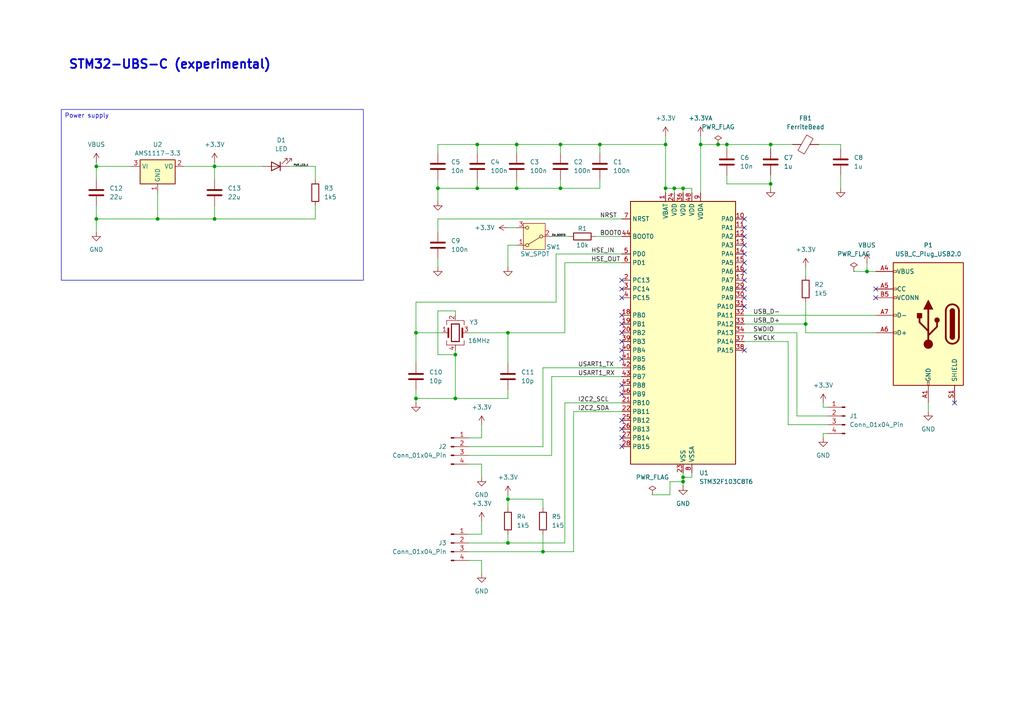
<source format=kicad_sch>
(kicad_sch (version 20250114) (generator "eeschema") (generator_version "9.0")
  (paper "A4")
  (title_block (title "STM32-USB-C") (date "2026-02-21") (rev "1.0"))
  (lib_symbols
    (symbol "Connector:Conn_01x04_Pin" (pin_names (offset 1.016) (hide yes))
      (property "Reference" "J" (at 0 5.08 0))
      (property "Value" "Conn_01x04_Pin" (at 0 -7.62 0))
      (symbol "Conn_01x04_Pin_1_1"
        (rectangle (start 0.8636 2.667) (end 0 2.413) (stroke (width 0.1524)) (fill (type outline)))
        (rectangle (start 0.8636 0.127) (end 0 -0.127) (stroke (width 0.1524)) (fill (type outline)))
        (rectangle (start 0.8636 -2.413) (end 0 -2.667) (stroke (width 0.1524)) (fill (type outline)))
        (rectangle (start 0.8636 -4.953) (end 0 -5.207) (stroke (width 0.1524)) (fill (type outline)))
        (polyline (pts (xy 1.27 2.54) (xy 0.8636 2.54)) (stroke (width 0.1524)))
        (polyline (pts (xy 1.27 0) (xy 0.8636 0)) (stroke (width 0.1524)))
        (polyline (pts (xy 1.27 -2.54) (xy 0.8636 -2.54)) (stroke (width 0.1524)))
        (polyline (pts (xy 1.27 -5.08) (xy 0.8636 -5.08)) (stroke (width 0.1524)))
        (pin passive line (at 5.08 2.54 180) (length 3.81) (name "Pin_1") (number "1"))
        (pin passive line (at 5.08 0 180) (length 3.81) (name "Pin_2") (number "2"))
        (pin passive line (at 5.08 -2.54 180) (length 3.81) (name "Pin_3") (number "3"))
        (pin passive line (at 5.08 -5.08 180) (length 3.81) (name "Pin_4") (number "4"))
      )
    )
    (symbol "Connector:USB_C_Plug_USB2.0" (pin_names (offset 1.016))
      (property "Reference" "P" (at -10.16 19.05 0))
      (property "Value" "USB_C_Plug_USB2.0" (at 12.7 19.05 0))
      (symbol "USB_C_Plug_USB2.0_0_0"
        (rectangle (start -0.254 -17.78) (end 0.254 -16.764))
        (rectangle (start 10.16 15.494) (end 9.144 14.986))
        (rectangle (start 10.16 10.414) (end 9.144 9.906))
        (rectangle (start 10.16 7.874) (end 9.144 7.366))
        (rectangle (start 10.16 2.794) (end 9.144 2.286))
        (rectangle (start 10.16 -2.286) (end 9.144 -2.794))
      )
      (symbol "USB_C_Plug_USB2.0_0_1"
        (rectangle (start -10.16 17.78) (end 10.16 -17.78) (stroke (width 0.254)) (fill (type background)))
        (polyline (pts (xy -8.89 -3.81) (xy -8.89 3.81)) (stroke (width 0.508)))
        (rectangle (start -7.62 -3.81) (end -6.35 3.81) (stroke (width 0.254)) (fill (type outline)))
        (arc (start -7.62 3.81) (mid -6.985 4.4423) (end -6.35 3.81) (stroke (width 0.254)))
        (arc (start -7.62 3.81) (mid -6.985 4.4423) (end -6.35 3.81) (stroke (width 0.254)) (fill (type outline)))
        (arc (start -8.89 3.81) (mid -6.985 5.7067) (end -5.08 3.81) (stroke (width 0.508)))
        (arc (start -5.08 -3.81) (mid -6.985 -5.7067) (end -8.89 -3.81) (stroke (width 0.508)))
        (arc (start -6.35 -3.81) (mid -6.985 -4.4423) (end -7.62 -3.81) (stroke (width 0.254)))
        (arc (start -6.35 -3.81) (mid -6.985 -4.4423) (end -7.62 -3.81) (stroke (width 0.254)) (fill (type outline)))
        (polyline (pts (xy -5.08 3.81) (xy -5.08 -3.81)) (stroke (width 0.508)))
        (circle (center -2.54 1.143) (radius 0.635) (stroke (width 0.254)) (fill (type outline)))
        (polyline (pts (xy -1.27 4.318) (xy 0 6.858) (xy 1.27 4.318) (xy -1.27 4.318)) (stroke (width 0.254)) (fill (type outline)))
        (polyline (pts (xy 0 -2.032) (xy 2.54 0.508) (xy 2.54 1.778)) (stroke (width 0.508)))
        (polyline (pts (xy 0 -3.302) (xy -2.54 -0.762) (xy -2.54 0.508)) (stroke (width 0.508)))
        (polyline (pts (xy 0 -5.842) (xy 0 4.318)) (stroke (width 0.508)))
        (circle (center 0 -5.842) (radius 1.27) (fill (type outline)))
        (rectangle (start 1.905 1.778) (end 3.175 3.048) (stroke (width 0.254)) (fill (type outline)))
      )
      (symbol "USB_C_Plug_USB2.0_1_1"
        (pin passive line (at -7.62 -22.86 90) (length 5.08) (name "SHIELD") (number "S1"))
        (pin passive line (at 0 -22.86 90) (length 5.08) (name "GND") (number "A1"))
        (pin passive line (at 0 -22.86 90) (length 5.08) (hide yes) (name "GND") (number "A12"))
        (pin passive line (at 0 -22.86 90) (length 5.08) (hide yes) (name "GND") (number "B1"))
        (pin passive line (at 0 -22.86 90) (length 5.08) (hide yes) (name "GND") (number "B12"))
        (pin passive line (at 15.24 15.24 180) (length 5.08) (name "VBUS") (number "A4"))
        (pin passive line (at 15.24 15.24 180) (length 5.08) (hide yes) (name "VBUS") (number "A9"))
        (pin passive line (at 15.24 15.24 180) (length 5.08) (hide yes) (name "VBUS") (number "B4"))
        (pin passive line (at 15.24 15.24 180) (length 5.08) (hide yes) (name "VBUS") (number "B9"))
        (pin bidirectional line (at 15.24 10.16 180) (length 5.08) (name "CC") (number "A5"))
        (pin bidirectional line (at 15.24 7.62 180) (length 5.08) (name "VCONN") (number "B5"))
        (pin bidirectional line (at 15.24 2.54 180) (length 5.08) (name "D-") (number "A7"))
        (pin bidirectional line (at 15.24 -2.54 180) (length 5.08) (name "D+") (number "A6"))
      )
    )
    (symbol "Device:C" (pin_numbers (hide yes)) (pin_names (offset 0.254))
      (property "Reference" "C" (at 0.635 2.54 0))
      (property "Value" "C" (at 0.635 -2.54 0))
      (symbol "C_0_1"
        (polyline (pts (xy -2.032 0.762) (xy 2.032 0.762)) (stroke (width 0.508)))
        (polyline (pts (xy -2.032 -0.762) (xy 2.032 -0.762)) (stroke (width 0.508)))
      )
      (symbol "C_1_1"
        (pin passive line (at 0 3.81 270) (length 2.794) (name "~") (number "1"))
        (pin passive line (at 0 -3.81 90) (length 2.794) (name "~") (number "2"))
      )
    )
    (symbol "Device:Crystal_GND24" (pin_names (offset 1.016) (hide yes))
      (property "Reference" "Y3" (at 5.334 3.048 0))
      (property "Value" "16MHz" (at 6.858 -2.286 0))
      (symbol "Crystal_GND24_0_1"
        (polyline (pts (xy -2.54 2.286) (xy -2.54 3.556) (xy 2.54 3.556) (xy 2.54 2.286)))
        (polyline (pts (xy -2.54 0) (xy -2.032 0)))
        (polyline (pts (xy -2.54 -2.286) (xy -2.54 -3.556) (xy 2.54 -3.556) (xy 2.54 -2.286)))
        (polyline (pts (xy -2.032 -1.27) (xy -2.032 1.27)) (stroke (width 0.508)))
        (rectangle (start -1.143 2.54) (end 1.143 -2.54) (stroke (width 0.3048)))
        (polyline (pts (xy 0 -3.81) (xy 0 -3.556)))
        (polyline (pts (xy 2.032 0) (xy 2.54 0)))
        (polyline (pts (xy 2.032 -1.27) (xy 2.032 1.27)) (stroke (width 0.508)))
      )
      (symbol "Crystal_GND24_1_1"
        (pin passive line (at -3.81 0 0) (length 1.27) (name "1") (number "1"))
        (pin passive line (at 0 5.08 270) (length 1.27) (name "G") (number "2"))
        (pin passive line (at 0 -5.08 90) (length 1.27) (name "G") (number "4"))
        (pin passive line (at 3.81 0 180) (length 1.27) (name "3") (number "3"))
      )
    )
    (symbol "Device:FerriteBead" (pin_numbers (hide yes)) (pin_names (offset 0))
      (property "Reference" "FB" (at -3.81 0.635 90))
      (property "Value" "FerriteBead" (at 3.81 0 90))
      (symbol "FerriteBead_0_1"
        (polyline (pts (xy -2.7686 0.4064) (xy -1.7018 2.2606) (xy 2.7686 -0.3048) (xy 1.6764 -2.159) (xy -2.7686 0.4064)))
        (polyline (pts (xy 0 1.27) (xy 0 1.2954)))
        (polyline (pts (xy 0 -1.27) (xy 0 -1.2192)))
      )
      (symbol "FerriteBead_1_1"
        (pin passive line (at 0 3.81 270) (length 2.54) (name "~") (number "1"))
        (pin passive line (at 0 -3.81 90) (length 2.54) (name "~") (number "2"))
      )
    )
    (symbol "Device:LED" (pin_numbers (hide yes)) (pin_names (offset 1.016) (hide yes))
      (property "Reference" "D" (at 0 2.54 0))
      (property "Value" "LED" (at 0 -2.54 0))
      (symbol "LED_0_1"
        (polyline (pts (xy -3.048 -0.762) (xy -4.572 -2.286) (xy -3.81 -2.286) (xy -4.572 -2.286) (xy -4.572 -1.524)))
        (polyline (pts (xy -1.778 -0.762) (xy -3.302 -2.286) (xy -2.54 -2.286) (xy -3.302 -2.286) (xy -3.302 -1.524)))
        (polyline (pts (xy -1.27 0) (xy 1.27 0)))
        (polyline (pts (xy -1.27 -1.27) (xy -1.27 1.27)) (stroke (width 0.254)))
        (polyline (pts (xy 1.27 -1.27) (xy 1.27 1.27) (xy -1.27 0) (xy 1.27 -1.27)) (stroke (width 0.254)))
      )
      (symbol "LED_1_1"
        (pin passive line (at -3.81 0 0) (length 2.54) (name "K") (number "1"))
        (pin passive line (at 3.81 0 180) (length 2.54) (name "A") (number "2"))
      )
    )
    (symbol "Device:R" (pin_numbers (hide yes)) (pin_names (offset 0))
      (property "Reference" "R" (at 2.032 0 90))
      (property "Value" "R" (at 0 0 90))
      (symbol "R_0_1"
        (rectangle (start -1.016 -2.54) (end 1.016 2.54) (stroke (width 0.254)))
      )
      (symbol "R_1_1"
        (pin passive line (at 0 3.81 270) (length 1.27) (name "~") (number "1"))
        (pin passive line (at 0 -3.81 90) (length 1.27) (name "~") (number "2"))
      )
    )
    (symbol "MCU_ST_STM32F1:STM32F103C8Tx"
      (property "Reference" "U" (at -15.24 39.37 0))
      (property "Value" "STM32F103C8Tx" (at 7.62 39.37 0))
      (symbol "STM32F103C8Tx_0_1"
        (rectangle (start -15.24 -38.1) (end 15.24 38.1) (stroke (width 0.254)) (fill (type background)))
      )
      (symbol "STM32F103C8Tx_1_1"
        (pin input line (at -17.78 33.02 0) (length 2.54) (name "NRST") (number "7"))
        (pin input line (at -17.78 27.94 0) (length 2.54) (name "BOOT0") (number "44"))
        (pin bidirectional line (at -17.78 22.86 0) (length 2.54) (name "PD0") (number "5"))
        (pin bidirectional line (at -17.78 20.32 0) (length 2.54) (name "PD1") (number "6"))
        (pin bidirectional line (at -17.78 15.24 0) (length 2.54) (name "PC13") (number "2"))
        (pin bidirectional line (at -17.78 12.7 0) (length 2.54) (name "PC14") (number "3"))
        (pin bidirectional line (at -17.78 10.16 0) (length 2.54) (name "PC15") (number "4"))
        (pin bidirectional line (at -17.78 5.08 0) (length 2.54) (name "PB0") (number "18"))
        (pin bidirectional line (at -17.78 2.54 0) (length 2.54) (name "PB1") (number "19"))
        (pin bidirectional line (at -17.78 0 0) (length 2.54) (name "PB2") (number "20"))
        (pin bidirectional line (at -17.78 -2.54 0) (length 2.54) (name "PB3") (number "39"))
        (pin bidirectional line (at -17.78 -5.08 0) (length 2.54) (name "PB4") (number "40"))
        (pin bidirectional line (at -17.78 -7.62 0) (length 2.54) (name "PB5") (number "41"))
        (pin bidirectional line (at -17.78 -10.16 0) (length 2.54) (name "PB6") (number "42"))
        (pin bidirectional line (at -17.78 -12.7 0) (length 2.54) (name "PB7") (number "43"))
        (pin bidirectional line (at -17.78 -15.24 0) (length 2.54) (name "PB8") (number "45"))
        (pin bidirectional line (at -17.78 -17.78 0) (length 2.54) (name "PB9") (number "46"))
        (pin bidirectional line (at -17.78 -20.32 0) (length 2.54) (name "PB10") (number "21"))
        (pin bidirectional line (at -17.78 -22.86 0) (length 2.54) (name "PB11") (number "22"))
        (pin bidirectional line (at -17.78 -25.4 0) (length 2.54) (name "PB12") (number "25"))
        (pin bidirectional line (at -17.78 -27.94 0) (length 2.54) (name "PB13") (number "26"))
        (pin bidirectional line (at -17.78 -30.48 0) (length 2.54) (name "PB14") (number "27"))
        (pin bidirectional line (at -17.78 -33.02 0) (length 2.54) (name "PB15") (number "28"))
        (pin power_in line (at -5.08 40.64 270) (length 2.54) (name "VBAT") (number "1"))
        (pin power_in line (at -2.54 40.64 270) (length 2.54) (name "VDD") (number "24"))
        (pin power_in line (at 0 40.64 270) (length 2.54) (name "VDD") (number "36"))
        (pin power_in line (at 0 -40.64 90) (length 2.54) (name "VSS") (number "23"))
        (pin passive line (at 0 -40.64 90) (length 2.54) (hide yes) (name "VSS") (number "35"))
        (pin passive line (at 0 -40.64 90) (length 2.54) (hide yes) (name "VSS") (number "47"))
        (pin power_in line (at 2.54 40.64 270) (length 2.54) (name "VDD") (number "48"))
        (pin power_in line (at 2.54 -40.64 90) (length 2.54) (name "VSSA") (number "8"))
        (pin power_in line (at 5.08 40.64 270) (length 2.54) (name "VDDA") (number "9"))
        (pin bidirectional line (at 17.78 33.02 180) (length 2.54) (name "PA0") (number "10"))
        (pin bidirectional line (at 17.78 30.48 180) (length 2.54) (name "PA1") (number "11"))
        (pin bidirectional line (at 17.78 27.94 180) (length 2.54) (name "PA2") (number "12"))
        (pin bidirectional line (at 17.78 25.4 180) (length 2.54) (name "PA3") (number "13"))
        (pin bidirectional line (at 17.78 22.86 180) (length 2.54) (name "PA4") (number "14"))
        (pin bidirectional line (at 17.78 20.32 180) (length 2.54) (name "PA5") (number "15"))
        (pin bidirectional line (at 17.78 17.78 180) (length 2.54) (name "PA6") (number "16"))
        (pin bidirectional line (at 17.78 15.24 180) (length 2.54) (name "PA7") (number "17"))
        (pin bidirectional line (at 17.78 12.7 180) (length 2.54) (name "PA8") (number "29"))
        (pin bidirectional line (at 17.78 10.16 180) (length 2.54) (name "PA9") (number "30"))
        (pin bidirectional line (at 17.78 7.62 180) (length 2.54) (name "PA10") (number "31"))
        (pin bidirectional line (at 17.78 5.08 180) (length 2.54) (name "PA11") (number "32"))
        (pin bidirectional line (at 17.78 2.54 180) (length 2.54) (name "PA12") (number "33"))
        (pin bidirectional line (at 17.78 0 180) (length 2.54) (name "PA13") (number "34"))
        (pin bidirectional line (at 17.78 -2.54 180) (length 2.54) (name "PA14") (number "37"))
        (pin bidirectional line (at 17.78 -5.08 180) (length 2.54) (name "PA15") (number "38"))
      )
    )
    (symbol "Regulator_Linear:AMS1117-3.3"
      (property "Reference" "U" (at -3.81 3.175 0))
      (property "Value" "AMS1117-3.3" (at 0 3.175 0))
      (symbol "AMS1117-3.3_0_1"
        (rectangle (start -5.08 -5.08) (end 5.08 1.905) (stroke (width 0.254)) (fill (type background)))
      )
      (symbol "AMS1117-3.3_1_1"
        (pin power_in line (at -7.62 0 0) (length 2.54) (name "VI") (number "3"))
        (pin power_in line (at 0 -7.62 90) (length 2.54) (name "GND") (number "1"))
        (pin power_out line (at 7.62 0 180) (length 2.54) (name "VO") (number "2"))
      )
    )
    (symbol "Switch:SW_SPDT" (pin_names (offset 0) (hide yes))
      (property "Reference" "SW" (at 0 5.08 0))
      (property "Value" "SW_SPDT" (at 0 -5.08 0))
      (symbol "SW_SPDT_0_1"
        (circle (center -2.032 0) (radius 0.4572))
        (polyline (pts (xy -1.651 0.254) (xy 1.651 2.286)))
        (circle (center 2.032 2.54) (radius 0.4572))
        (circle (center 2.032 -2.54) (radius 0.4572))
      )
      (symbol "SW_SPDT_1_1"
        (rectangle (start -3.175 3.81) (end 3.175 -3.81) (fill (type background)))
        (pin passive line (at -5.08 0 0) (length 2.54) (name "B") (number "2"))
        (pin passive line (at 5.08 2.54 180) (length 2.54) (name "A") (number "1"))
        (pin passive line (at 5.08 -2.54 180) (length 2.54) (name "C") (number "3"))
      )
    )
    (symbol "power:+3.3V" (power) (pin_numbers (hide yes)) (pin_names (offset 0) (hide yes))
      (property "Value" "+3.3V" (at 0 3.556 0))
      (symbol "+3.3V_0_1"
        (polyline (pts (xy -0.762 1.27) (xy 0 2.54)))
        (polyline (pts (xy 0 2.54) (xy 0.762 1.27)))
        (polyline (pts (xy 0 0) (xy 0 2.54)))
      )
      (symbol "+3.3V_1_1"
        (pin power_in line (at 0 0 90) (length 0) (name "~") (number "1"))
      )
    )
    (symbol "power:+3.3VA" (power) (pin_numbers (hide yes)) (pin_names (offset 0) (hide yes))
      (property "Value" "+3.3VA" (at 0 3.556 0))
      (symbol "+3.3VA_0_1"
        (polyline (pts (xy -0.762 1.27) (xy 0 2.54)))
        (polyline (pts (xy 0 2.54) (xy 0.762 1.27)))
        (polyline (pts (xy 0 0) (xy 0 2.54)))
      )
      (symbol "+3.3VA_1_1"
        (pin power_in line (at 0 0 90) (length 0) (name "~") (number "1"))
      )
    )
    (symbol "power:GND" (power) (pin_numbers (hide yes)) (pin_names (offset 0) (hide yes))
      (property "Value" "GND" (at 0 -3.81 0))
      (symbol "GND_0_1"
        (polyline (pts (xy 0 0) (xy 0 -1.27) (xy 1.27 -1.27) (xy 0 -2.54) (xy -1.27 -1.27) (xy 0 -1.27)))
      )
      (symbol "GND_1_1"
        (pin power_in line (at 0 0 270) (length 0) (name "~") (number "1"))
      )
    )
    (symbol "power:PWR_FLAG" (power) (pin_numbers (hide yes)) (pin_names (offset 0) (hide yes))
      (property "Value" "PWR_FLAG" (at 0 3.81 0))
      (symbol "PWR_FLAG_0_0"
        (pin power_out line (at 0 0 90) (length 0) (name "~") (number "1"))
      )
      (symbol "PWR_FLAG_0_1"
        (polyline (pts (xy 0 0) (xy 0 1.27) (xy -1.016 1.905) (xy 0 2.54) (xy 1.016 1.905) (xy 0 1.27)))
      )
    )
    (symbol "power:VBUS" (power) (pin_numbers (hide yes)) (pin_names (offset 0) (hide yes))
      (property "Value" "VBUS" (at 0 3.556 0))
      (symbol "VBUS_0_1"
        (polyline (pts (xy -0.762 1.27) (xy 0 2.54)))
        (polyline (pts (xy 0 2.54) (xy 0.762 1.27)))
        (polyline (pts (xy 0 0) (xy 0 2.54)))
      )
      (symbol "VBUS_1_1"
        (pin power_in line (at 0 0 90) (length 0) (name "~") (number "1"))
      )
    )
  )
  (text "STM32-UBS-C (experimental)" (at 49.276 18.796 0) (effects (font (size 2.54 2.54) (thickness 0.508) (bold yes))))
  (text_box "Power supply" (at 17.78 31.75 0) (size 87.63 49.53) (margins 0.9525 0.9525 0.9525 0.9525) (effects (font (size 1.27 1.27)) (justify left top)))
  (junction (at 138.43 41.91))
  (junction (at 173.99 41.91))
  (junction (at 149.86 41.91))
  (junction (at 147.32 144.78))
  (junction (at 233.68 93.98))
  (junction (at 149.86 54.61))
  (junction (at 193.04 54.61))
  (junction (at 138.43 54.61))
  (junction (at 195.58 54.61))
  (junction (at 193.04 41.91))
  (junction (at 251.46 78.74))
  (junction (at 132.08 115.57))
  (junction (at 62.23 48.26))
  (junction (at 62.23 63.5))
  (junction (at 45.72 63.5))
  (junction (at 198.12 54.61))
  (junction (at 120.65 115.57))
  (junction (at 127 54.61))
  (junction (at 162.56 41.91))
  (junction (at 27.94 63.5))
  (junction (at 208.28 41.91))
  (junction (at 27.94 48.26))
  (junction (at 198.12 139.7))
  (junction (at 162.56 54.61))
  (junction (at 198.12 138.43))
  (junction (at 147.32 157.48))
  (junction (at 147.32 96.52))
  (junction (at 120.65 96.52))
  (junction (at 223.52 41.91))
  (junction (at 157.48 160.02))
  (junction (at 203.2 41.91))
  (junction (at 223.52 53.34))
  (junction (at 210.82 41.91))
  (junction (at 132.08 102.87))
  (no_connect (at 180.34 101.6))
  (no_connect (at 180.34 114.3))
  (no_connect (at 180.34 124.46))
  (no_connect (at 215.9 88.9))
  (no_connect (at 180.34 129.54))
  (no_connect (at 180.34 111.76))
  (no_connect (at 215.9 76.2))
  (no_connect (at 215.9 86.36))
  (no_connect (at 254 83.82))
  (no_connect (at 180.34 91.44))
  (no_connect (at 215.9 101.6))
  (no_connect (at 215.9 68.58))
  (no_connect (at 215.9 78.74))
  (no_connect (at 215.9 83.82))
  (no_connect (at 180.34 96.52))
  (no_connect (at 254 86.36))
  (no_connect (at 180.34 104.14))
  (no_connect (at 215.9 66.04))
  (no_connect (at 180.34 99.06))
  (no_connect (at 215.9 73.66))
  (no_connect (at 180.34 81.28))
  (no_connect (at 215.9 81.28))
  (no_connect (at 180.34 121.92))
  (no_connect (at 215.9 63.5))
  (no_connect (at 180.34 83.82))
  (no_connect (at 180.34 127))
  (no_connect (at 276.86 116.84))
  (no_connect (at 215.9 71.12))
  (no_connect (at 180.34 86.36))
  (no_connect (at 180.34 93.98))
  (wire (pts (xy 200.66 138.43) (xy 198.12 138.43)))
  (wire (pts (xy 62.23 46.99) (xy 62.23 48.26)))
  (wire (pts (xy 120.65 96.52) (xy 120.65 105.41)))
  (wire (pts (xy 135.89 160.02) (xy 157.48 160.02)))
  (wire (pts (xy 147.32 71.12) (xy 149.86 71.12)))
  (wire (pts (xy 173.99 41.91) (xy 173.99 44.45)))
  (wire (pts (xy 27.94 48.26) (xy 27.94 52.07)))
  (wire (pts (xy 223.52 53.34) (xy 223.52 54.61)))
  (wire (pts (xy 147.32 113.03) (xy 147.32 115.57)))
  (wire (pts (xy 223.52 41.91) (xy 229.87 41.91)))
  (wire (pts (xy 162.56 41.91) (xy 173.99 41.91)))
  (wire (pts (xy 173.99 54.61) (xy 173.99 52.07)))
  (wire (pts (xy 233.68 93.98) (xy 233.68 96.52)))
  (wire (pts (xy 223.52 41.91) (xy 223.52 43.18)))
  (wire (pts (xy 173.99 41.91) (xy 193.04 41.91)))
  (wire (pts (xy 147.32 154.94) (xy 147.32 157.48)))
  (wire (pts (xy 233.68 96.52) (xy 254 96.52)))
  (wire (pts (xy 27.94 63.5) (xy 27.94 67.31)))
  (wire (pts (xy 162.56 54.61) (xy 173.99 54.61)))
  (wire (pts (xy 233.68 77.47) (xy 233.68 80.01)))
  (wire (pts (xy 132.08 102.87) (xy 132.08 101.6)))
  (wire (pts (xy 231.14 120.65) (xy 240.03 120.65)))
  (wire (pts (xy 172.72 68.58) (xy 180.34 68.58)))
  (wire (pts (xy 163.83 157.48) (xy 163.83 116.84)))
  (wire (pts (xy 193.04 54.61) (xy 193.04 55.88)))
  (wire (pts (xy 198.12 55.88) (xy 198.12 54.61)))
  (wire (pts (xy 162.56 54.61) (xy 149.86 54.61)))
  (wire (pts (xy 149.86 41.91) (xy 149.86 44.45)))
  (wire (pts (xy 194.31 143.51) (xy 189.23 143.51)))
  (wire (pts (xy 162.56 52.07) (xy 162.56 54.61)))
  (wire (pts (xy 127 44.45) (xy 127 41.91)))
  (wire (pts (xy 210.82 50.8) (xy 210.82 53.34)))
  (wire (pts (xy 200.66 137.16) (xy 200.66 138.43)))
  (wire (pts (xy 139.7 134.62) (xy 139.7 138.43)))
  (wire (pts (xy 163.83 76.2) (xy 180.34 76.2)))
  (wire (pts (xy 198.12 54.61) (xy 200.66 54.61)))
  (wire (pts (xy 157.48 129.54) (xy 157.48 106.68)))
  (wire (pts (xy 127 74.93) (xy 127 77.47)))
  (wire (pts (xy 162.56 41.91) (xy 162.56 44.45)))
  (wire (pts (xy 198.12 137.16) (xy 198.12 138.43)))
  (wire (pts (xy 139.7 162.56) (xy 139.7 166.37)))
  (wire (pts (xy 147.32 71.12) (xy 147.32 77.47)))
  (wire (pts (xy 194.31 139.7) (xy 194.31 143.51)))
  (wire (pts (xy 243.84 41.91) (xy 243.84 43.18)))
  (wire (pts (xy 138.43 41.91) (xy 138.43 44.45)))
  (wire (pts (xy 157.48 144.78) (xy 157.48 147.32)))
  (wire (pts (xy 238.76 125.73) (xy 240.03 125.73)))
  (wire (pts (xy 138.43 41.91) (xy 149.86 41.91)))
  (wire (pts (xy 243.84 50.8) (xy 243.84 54.61)))
  (wire (pts (xy 161.29 87.63) (xy 120.65 87.63)))
  (wire (pts (xy 132.08 90.17) (xy 127 90.17)))
  (wire (pts (xy 208.28 41.91) (xy 210.82 41.91)))
  (wire (pts (xy 157.48 154.94) (xy 157.48 160.02)))
  (wire (pts (xy 166.37 160.02) (xy 157.48 160.02)))
  (wire (pts (xy 45.72 55.88) (xy 45.72 63.5)))
  (wire (pts (xy 135.89 162.56) (xy 139.7 162.56)))
  (wire (pts (xy 233.68 87.63) (xy 233.68 93.98)))
  (wire (pts (xy 203.2 39.37) (xy 203.2 41.91)))
  (wire (pts (xy 147.32 143.51) (xy 147.32 144.78)))
  (wire (pts (xy 237.49 41.91) (xy 243.84 41.91)))
  (wire (pts (xy 91.44 63.5) (xy 91.44 59.69)))
  (wire (pts (xy 45.72 63.5) (xy 27.94 63.5)))
  (wire (pts (xy 127 54.61) (xy 127 52.07)))
  (wire (pts (xy 203.2 41.91) (xy 208.28 41.91)))
  (wire (pts (xy 139.7 127) (xy 139.7 123.19)))
  (wire (pts (xy 135.89 134.62) (xy 139.7 134.62)))
  (wire (pts (xy 161.29 73.66) (xy 180.34 73.66)))
  (wire (pts (xy 203.2 41.91) (xy 203.2 55.88)))
  (wire (pts (xy 147.32 66.04) (xy 149.86 66.04)))
  (wire (pts (xy 62.23 59.69) (xy 62.23 63.5)))
  (wire (pts (xy 251.46 78.74) (xy 254 78.74)))
  (wire (pts (xy 269.24 116.84) (xy 269.24 119.38)))
  (wire (pts (xy 160.02 132.08) (xy 135.89 132.08)))
  (wire (pts (xy 127 63.5) (xy 180.34 63.5)))
  (wire (pts (xy 251.46 76.2) (xy 251.46 78.74)))
  (wire (pts (xy 149.86 54.61) (xy 149.86 52.07)))
  (wire (pts (xy 147.32 96.52) (xy 163.83 96.52)))
  (wire (pts (xy 149.86 41.91) (xy 162.56 41.91)))
  (wire (pts (xy 210.82 41.91) (xy 223.52 41.91)))
  (wire (pts (xy 120.65 113.03) (xy 120.65 115.57)))
  (wire (pts (xy 198.12 139.7) (xy 198.12 140.97)))
  (wire (pts (xy 147.32 144.78) (xy 157.48 144.78)))
  (wire (pts (xy 198.12 138.43) (xy 198.12 139.7)))
  (wire (pts (xy 138.43 54.61) (xy 138.43 52.07)))
  (wire (pts (xy 139.7 154.94) (xy 139.7 151.13)))
  (wire (pts (xy 160.02 68.58) (xy 165.1 68.58)))
  (wire (pts (xy 135.89 96.52) (xy 147.32 96.52)))
  (wire (pts (xy 62.23 63.5) (xy 91.44 63.5)))
  (wire (pts (xy 247.65 78.74) (xy 251.46 78.74)))
  (wire (pts (xy 91.44 52.07) (xy 91.44 48.26)))
  (wire (pts (xy 215.9 91.44) (xy 254 91.44)))
  (wire (pts (xy 53.34 48.26) (xy 62.23 48.26)))
  (wire (pts (xy 127 54.61) (xy 127 58.42)))
  (wire (pts (xy 166.37 119.38) (xy 180.34 119.38)))
  (wire (pts (xy 163.83 116.84) (xy 180.34 116.84)))
  (wire (pts (xy 160.02 109.22) (xy 180.34 109.22)))
  (wire (pts (xy 193.04 39.37) (xy 193.04 41.91)))
  (wire (pts (xy 135.89 157.48) (xy 147.32 157.48)))
  (wire (pts (xy 147.32 115.57) (xy 132.08 115.57)))
  (wire (pts (xy 147.32 96.52) (xy 147.32 105.41)))
  (wire (pts (xy 62.23 63.5) (xy 45.72 63.5)))
  (wire (pts (xy 127 67.31) (xy 127 63.5)))
  (wire (pts (xy 231.14 96.52) (xy 231.14 120.65)))
  (wire (pts (xy 135.89 127) (xy 139.7 127)))
  (wire (pts (xy 120.65 115.57) (xy 120.65 116.84)))
  (wire (pts (xy 238.76 127) (xy 238.76 125.73)))
  (wire (pts (xy 120.65 87.63) (xy 120.65 96.52)))
  (wire (pts (xy 193.04 41.91) (xy 193.04 54.61)))
  (wire (pts (xy 160.02 109.22) (xy 160.02 132.08)))
  (wire (pts (xy 223.52 50.8) (xy 223.52 53.34)))
  (wire (pts (xy 161.29 73.66) (xy 161.29 87.63)))
  (wire (pts (xy 138.43 54.61) (xy 127 54.61)))
  (wire (pts (xy 240.03 123.19) (xy 228.6 123.19)))
  (wire (pts (xy 132.08 102.87) (xy 132.08 115.57)))
  (wire (pts (xy 223.52 53.34) (xy 210.82 53.34)))
  (wire (pts (xy 132.08 115.57) (xy 120.65 115.57)))
  (wire (pts (xy 215.9 99.06) (xy 228.6 99.06)))
  (wire (pts (xy 149.86 54.61) (xy 138.43 54.61)))
  (wire (pts (xy 228.6 123.19) (xy 228.6 99.06)))
  (wire (pts (xy 147.32 157.48) (xy 163.83 157.48)))
  (wire (pts (xy 135.89 129.54) (xy 157.48 129.54)))
  (wire (pts (xy 238.76 116.84) (xy 238.76 118.11)))
  (wire (pts (xy 62.23 48.26) (xy 62.23 52.07)))
  (wire (pts (xy 163.83 96.52) (xy 163.83 76.2)))
  (wire (pts (xy 198.12 54.61) (xy 195.58 54.61)))
  (wire (pts (xy 127 90.17) (xy 127 102.87)))
  (wire (pts (xy 27.94 46.99) (xy 27.94 48.26)))
  (wire (pts (xy 198.12 139.7) (xy 194.31 139.7)))
  (wire (pts (xy 27.94 59.69) (xy 27.94 63.5)))
  (wire (pts (xy 215.9 96.52) (xy 231.14 96.52)))
  (wire (pts (xy 195.58 54.61) (xy 195.58 55.88)))
  (wire (pts (xy 120.65 96.52) (xy 128.27 96.52)))
  (wire (pts (xy 215.9 93.98) (xy 233.68 93.98)))
  (wire (pts (xy 193.04 54.61) (xy 195.58 54.61)))
  (wire (pts (xy 83.82 48.26) (xy 91.44 48.26)))
  (wire (pts (xy 127 102.87) (xy 132.08 102.87)))
  (wire (pts (xy 27.94 48.26) (xy 38.1 48.26)))
  (wire (pts (xy 135.89 154.94) (xy 139.7 154.94)))
  (wire (pts (xy 200.66 54.61) (xy 200.66 55.88)))
  (wire (pts (xy 210.82 41.91) (xy 210.82 43.18)))
  (wire (pts (xy 238.76 118.11) (xy 240.03 118.11)))
  (wire (pts (xy 132.08 91.44) (xy 132.08 90.17)))
  (wire (pts (xy 147.32 144.78) (xy 147.32 147.32)))
  (wire (pts (xy 62.23 48.26) (xy 76.2 48.26)))
  (wire (pts (xy 127 41.91) (xy 138.43 41.91)))
  (wire (pts (xy 157.48 106.68) (xy 180.34 106.68)))
  (wire (pts (xy 166.37 119.38) (xy 166.37 160.02)))
  (label "USB_D+" (at 218.44 93.98 0))
  (label "SWDIO" (at 218.44 96.52 0))
  (label "PWR_LED_K" (at 85.09 48.26 0) (effects (font (size 0.508 0.508))))
  (label "USB_D-" (at 218.44 91.44 0))
  (label "I2C2_SDA" (at 167.64 119.38 0))
  (label "HSE_OUT" (at 171.45 76.2 0))
  (label "I2C2_SCL" (at 167.64 116.84 0))
  (label "SWCLK" (at 218.44 99.06 0))
  (label "NRST" (at 173.99 63.5 0))
  (label "USART1_TX" (at 167.64 106.68 0))
  (label "USART1_RX" (at 167.64 109.22 0))
  (label "BOOT0" (at 173.99 68.58 0))
  (label "HSE_IN" (at 171.45 73.66 0))
  (label "SW_BOOT0" (at 160.02 68.58 0) (effects (font (size 0.508 0.508))))
  (symbol (lib_id "power:GND") (at 27.94 67.31 0) (unit 1)
    (property "Reference" "#PWR017" (effects (hide yes)))
    (property "Value" "GND" (at 27.94 72.39 0))
    (property "Description" "Power symbol creates a global label with name \"GND\" , ground" (effects (hide yes)))
  )
  (symbol (lib_id "power:GND") (at 269.24 119.38 0) (unit 1)
    (property "Reference" "#PWR011" (effects (hide yes)))
    (property "Value" "GND" (at 269.24 124.46 0))
    (property "Description" "Power symbol creates a global label with name \"GND\" , ground" (effects (hide yes)))
  )
  (symbol (lib_id "power:GND") (at 139.7 138.43 0) (unit 1)
    (property "Reference" "#PWR019" (effects (hide yes)))
    (property "Value" "GND" (at 139.7 143.51 0))
    (property "Description" "Power symbol creates a global label with name \"GND\" , ground" (effects (hide yes)))
  )
  (symbol (lib_id "Device:FerriteBead") (at 233.68 41.91 90) (unit 1)
    (property "Reference" "FB1" (at 233.6292 34.29 90))
    (property "Value" "FerriteBead" (at 233.6292 36.83 90))
    (property "Description" "Ferrite bead" (effects (hide yes)))
  )
  (symbol (lib_id "Connector:Conn_01x04_Pin") (at 130.81 129.54 0) (unit 1)
    (property "Reference" "J2" (at 129.54 129.5399 0) (effects (justify right)))
    (property "Value" "Conn_01x04_Pin" (at 129.54 132.0799 0) (effects (justify right)))
    (property "Description" "Generic connector, single row, 01x04, script generated" (effects (hide yes)))
  )
  (symbol (lib_id "Device:C") (at 223.52 46.99 0) (unit 1)
    (property "Reference" "C7" (at 227.33 45.7199 0) (effects (justify left)))
    (property "Value" "1u" (at 227.33 48.2599 0) (effects (justify left)))
    (property "Description" "Unpolarized capacitor" (effects (hide yes)))
  )
  (symbol (lib_id "Device:C") (at 127 48.26 0) (unit 1)
    (property "Reference" "C5" (at 130.81 46.9899 0) (effects (justify left)))
    (property "Value" "10n" (at 130.81 49.5299 0) (effects (justify left)))
    (property "Description" "Unpolarized capacitor" (effects (hide yes)))
  )
  (symbol (lib_id "Device:R") (at 147.32 151.13 0) (unit 1)
    (property "Reference" "R4" (at 149.86 149.8599 0) (effects (justify left)))
    (property "Value" "1k5" (at 149.86 152.3999 0) (effects (justify left)))
    (property "Description" "Resistor" (effects (hide yes)))
  )
  (symbol (lib_id "Switch:SW_SPDT") (at 154.94 68.58 180) (unit 1)
    (property "Reference" "SW1" (at 160.528 71.628 0))
    (property "Value" "SW_SPDT" (at 155.194 73.66 0))
    (property "Description" "Switch, single pole double throw" (effects (hide yes)))
  )
  (symbol (lib_id "power:PWR_FLAG") (at 208.28 41.91 0) (unit 1)
    (property "Reference" "#FLG01" (effects (hide yes)))
    (property "Value" "PWR_FLAG" (at 208.28 36.83 0))
    (property "Description" "Special symbol for telling ERC where power comes from" (effects (hide yes)))
  )
  (symbol (lib_id "power:+3.3V") (at 238.76 116.84 0) (unit 1)
    (property "Reference" "#PWR015" (effects (hide yes)))
    (property "Value" "+3.3V" (at 238.76 111.76 0))
    (property "Description" "Power symbol creates a global label with name \"+3.3V\"" (effects (hide yes)))
  )
  (symbol (lib_id "Connector:USB_C_Plug_USB2.0") (at 269.24 93.98 0) (mirror y) (unit 1)
    (property "Reference" "P1" (at 269.24 71.12 0))
    (property "Value" "USB_C_Plug_USB2.0" (at 269.24 73.66 0))
    (property "Datasheet" "https://www.usb.org/sites/default/files/documents/usb_type-c.zip" (effects (hide yes)))
    (property "Description" "USB 2.0-only Type-C Plug connector" (effects (hide yes)))
  )
  (symbol (lib_id "power:GND") (at 127 77.47 0) (unit 1)
    (property "Reference" "#PWR07" (effects (hide yes)))
    (property "Value" "GND" (effects (hide yes)))
    (property "Description" "Power symbol creates a global label with name \"GND\" , ground" (effects (hide yes)))
  )
  (symbol (lib_id "power:GND") (at 147.32 77.47 0) (unit 1)
    (property "Reference" "#PWR08" (effects (hide yes)))
    (property "Value" "GND" (effects (hide yes)))
    (property "Description" "Power symbol creates a global label with name \"GND\" , ground" (effects (hide yes)))
  )
  (symbol (lib_id "Device:C") (at 120.65 109.22 0) (unit 1)
    (property "Reference" "C10" (at 124.46 107.9499 0) (effects (justify left)))
    (property "Value" "10p" (at 124.46 110.4899 0) (effects (justify left)))
    (property "Description" "Unpolarized capacitor" (effects (hide yes)))
  )
  (symbol (lib_id "Connector:Conn_01x04_Pin") (at 130.81 157.48 0) (unit 1)
    (property "Reference" "J3" (at 129.54 157.4799 0) (effects (justify right)))
    (property "Value" "Conn_01x04_Pin" (at 129.54 160.0199 0) (effects (justify right)))
    (property "Description" "Generic connector, single row, 01x04, script generated" (effects (hide yes)))
  )
  (symbol (lib_id "Device:C") (at 162.56 48.26 0) (unit 1)
    (property "Reference" "C2" (at 166.37 46.9899 0) (effects (justify left)))
    (property "Value" "100n" (at 166.37 49.5299 0) (effects (justify left)))
    (property "Description" "Unpolarized capacitor" (effects (hide yes)))
  )
  (symbol (lib_id "Device:LED") (at 80.01 48.26 180) (unit 1)
    (property "Reference" "D1" (at 81.5975 40.64 0))
    (property "Value" "LED" (at 81.5975 43.18 0))
    (property "Description" "Light emitting diode" (effects (hide yes)))
    (property "Sim.Pins" "1=K 2=A" (effects (hide yes)))
  )
  (symbol (lib_id "Device:C") (at 243.84 46.99 0) (unit 1)
    (property "Reference" "C8" (at 247.65 45.7199 0) (effects (justify left)))
    (property "Value" "1u" (at 247.65 48.2599 0) (effects (justify left)))
    (property "Description" "Unpolarized capacitor" (effects (hide yes)))
  )
  (symbol (lib_id "power:PWR_FLAG") (at 247.65 78.74 0) (unit 1)
    (property "Reference" "#FLG02" (effects (hide yes)))
    (property "Value" "PWR_FLAG" (at 247.65 73.66 0))
    (property "Description" "Special symbol for telling ERC where power comes from" (effects (hide yes)))
  )
  (symbol (lib_id "Connector:Conn_01x04_Pin") (at 245.11 120.65 0) (mirror y) (unit 1)
    (property "Reference" "J1" (at 246.38 120.6499 0) (effects (justify right)))
    (property "Value" "Conn_01x04_Pin" (at 246.38 123.1899 0) (effects (justify right)))
    (property "Description" "Generic connector, single row, 01x04, script generated" (effects (hide yes)))
  )
  (symbol (lib_id "power:+3.3V") (at 147.32 143.51 0) (unit 1)
    (property "Reference" "#PWR023" (effects (hide yes)))
    (property "Value" "+3.3V" (at 147.32 138.43 0))
    (property "Description" "Power symbol creates a global label with name \"+3.3V\"" (effects (hide yes)))
  )
  (symbol (lib_id "Device:C") (at 149.86 48.26 0) (unit 1)
    (property "Reference" "C3" (at 153.67 46.9899 0) (effects (justify left)))
    (property "Value" "100n" (at 153.67 49.5299 0) (effects (justify left)))
    (property "Description" "Unpolarized capacitor" (effects (hide yes)))
  )
  (symbol (lib_id "power:+3.3V") (at 233.68 77.47 0) (unit 1)
    (property "Reference" "#PWR013" (effects (hide yes)))
    (property "Value" "+3.3V" (at 233.68 72.39 0))
    (property "Description" "Power symbol creates a global label with name \"+3.3V\"" (effects (hide yes)))
  )
  (symbol (lib_id "Device:C") (at 173.99 48.26 0) (unit 1)
    (property "Reference" "C1" (at 177.8 46.9899 0) (effects (justify left)))
    (property "Value" "100n" (at 177.8 49.5299 0) (effects (justify left)))
    (property "Description" "Unpolarized capacitor" (effects (hide yes)))
  )
  (symbol (lib_id "Device:C") (at 138.43 48.26 0) (unit 1)
    (property "Reference" "C4" (at 142.24 46.9899 0) (effects (justify left)))
    (property "Value" "100n" (at 142.24 49.5299 0) (effects (justify left)))
    (property "Description" "Unpolarized capacitor" (effects (hide yes)))
  )
  (symbol (lib_id "Device:Crystal_GND24") (at 132.08 96.52 0) (unit 1)
    (property "Reference" "Y3" (at 137.414 93.472 0))
    (property "Value" "16MHz" (at 138.938 98.806 0))
    (property "Description" "Four pin crystal, GND on pins 2 and 4" (effects (hide yes)))
    (property private "KLC_S3.3" "The rectangle is not a symbol body but a graphical element" (effects (hide yes)))
    (property private "KLC_S4.1" "Some pins are on 50mil grid to make the symbol small" (effects (hide yes)))
  )
  (symbol (lib_id "power:GND") (at 127 58.42 0) (unit 1)
    (property "Reference" "#PWR03" (effects (hide yes)))
    (property "Value" "GND" (effects (hide yes)))
    (property "Description" "Power symbol creates a global label with name \"GND\" , ground" (effects (hide yes)))
  )
  (symbol (lib_id "power:PWR_FLAG") (at 189.23 143.51 0) (unit 1)
    (property "Reference" "#FLG03" (effects (hide yes)))
    (property "Value" "PWR_FLAG" (at 189.23 138.43 0))
    (property "Description" "Special symbol for telling ERC where power comes from" (effects (hide yes)))
  )
  (symbol (lib_id "Device:C") (at 127 71.12 0) (unit 1)
    (property "Reference" "C9" (at 130.81 69.8499 0) (effects (justify left)))
    (property "Value" "100n" (at 130.81 72.3899 0) (effects (justify left)))
    (property "Description" "Unpolarized capacitor" (effects (hide yes)))
  )
  (symbol (lib_id "power:GND") (at 198.12 140.97 0) (unit 1)
    (property "Reference" "#PWR01" (effects (hide yes)))
    (property "Value" "GND" (at 198.12 146.05 0))
    (property "Description" "Power symbol creates a global label with name \"GND\" , ground" (effects (hide yes)))
  )
  (symbol (lib_id "power:+3.3V") (at 62.23 46.99 0) (unit 1)
    (property "Reference" "#PWR018" (effects (hide yes)))
    (property "Value" "+3.3V" (at 62.23 41.91 0))
    (property "Description" "Power symbol creates a global label with name \"+3.3V\"" (effects (hide yes)))
  )
  (symbol (lib_id "power:GND") (at 139.7 166.37 0) (unit 1)
    (property "Reference" "#PWR022" (effects (hide yes)))
    (property "Value" "GND" (at 139.7 171.45 0))
    (property "Description" "Power symbol creates a global label with name \"GND\" , ground" (effects (hide yes)))
  )
  (symbol (lib_id "power:VBUS") (at 27.94 46.99 0) (unit 1)
    (property "Reference" "#PWR016" (effects (hide yes)))
    (property "Value" "VBUS" (at 27.94 41.91 0))
    (property "Description" "Power symbol creates a global label with name \"VBUS\"" (effects (hide yes)))
  )
  (symbol (lib_id "power:VBUS") (at 251.46 76.2 0) (unit 1)
    (property "Reference" "#PWR012" (effects (hide yes)))
    (property "Value" "VBUS" (at 251.46 71.12 0))
    (property "Description" "Power symbol creates a global label with name \"VBUS\"" (effects (hide yes)))
  )
  (symbol (lib_id "power:GND") (at 120.65 116.84 0) (unit 1)
    (property "Reference" "#PWR010" (effects (hide yes)))
    (property "Value" "GND" (effects (hide yes)))
    (property "Description" "Power symbol creates a global label with name \"GND\" , ground" (effects (hide yes)))
  )
  (symbol (lib_id "power:+3.3V") (at 193.04 39.37 0) (unit 1)
    (property "Reference" "#PWR02" (effects (hide yes)))
    (property "Value" "+3.3V" (at 193.04 34.29 0))
    (property "Description" "Power symbol creates a global label with name \"+3.3V\"" (effects (hide yes)))
  )
  (symbol (lib_id "Device:R") (at 157.48 151.13 0) (unit 1)
    (property "Reference" "R5" (at 160.02 149.8599 0) (effects (justify left)))
    (property "Value" "1k5" (at 160.02 152.3999 0) (effects (justify left)))
    (property "Description" "Resistor" (effects (hide yes)))
  )
  (symbol (lib_id "power:+3.3VA") (at 203.2 39.37 0) (unit 1)
    (property "Reference" "#PWR04" (effects (hide yes)))
    (property "Value" "+3.3VA" (at 203.2 34.29 0))
    (property "Description" "Power symbol creates a global label with name \"+3.3VA\"" (effects (hide yes)))
  )
  (symbol (lib_id "Device:C") (at 27.94 55.88 0) (unit 1)
    (property "Reference" "C12" (at 31.75 54.6099 0) (effects (justify left)))
    (property "Value" "22u" (at 31.75 57.1499 0) (effects (justify left)))
    (property "Description" "Unpolarized capacitor" (effects (hide yes)))
  )
  (symbol (lib_id "Device:C") (at 210.82 46.99 0) (unit 1)
    (property "Reference" "C6" (at 214.63 45.7199 0) (effects (justify left)))
    (property "Value" "10n" (at 214.63 48.2599 0) (effects (justify left)))
    (property "Description" "Unpolarized capacitor" (effects (hide yes)))
  )
  (symbol (lib_id "power:GND") (at 223.52 54.61 0) (unit 1)
    (property "Reference" "#PWR05" (effects (hide yes)))
    (property "Value" "GND" (effects (hide yes)))
    (property "Description" "Power symbol creates a global label with name \"GND\" , ground" (effects (hide yes)))
  )
  (symbol (lib_id "power:+3.3V") (at 139.7 151.13 0) (unit 1)
    (property "Reference" "#PWR021" (effects (hide yes)))
    (property "Value" "+3.3V" (at 139.7 146.05 0))
    (property "Description" "Power symbol creates a global label with name \"+3.3V\"" (effects (hide yes)))
  )
  (symbol (lib_id "power:+3.3V") (at 147.32 66.04 90) (unit 1)
    (property "Reference" "#PWR09" (effects (hide yes)))
    (property "Value" "+3.3V" (at 143.51 66.0399 90) (effects (justify left)))
    (property "Description" "Power symbol creates a global label with name \"+3.3V\"" (effects (hide yes)))
  )
  (symbol (lib_id "Device:C") (at 147.32 109.22 0) (unit 1)
    (property "Reference" "C11" (at 151.13 107.9499 0) (effects (justify left)))
    (property "Value" "10p" (at 151.13 110.4899 0) (effects (justify left)))
    (property "Description" "Unpolarized capacitor" (effects (hide yes)))
  )
  (symbol (lib_id "power:GND") (at 243.84 54.61 0) (unit 1)
    (property "Reference" "#PWR06" (effects (hide yes)))
    (property "Value" "GND" (effects (hide yes)))
    (property "Description" "Power symbol creates a global label with name \"GND\" , ground" (effects (hide yes)))
  )
  (symbol (lib_id "Device:C") (at 62.23 55.88 0) (unit 1)
    (property "Reference" "C13" (at 66.04 54.6099 0) (effects (justify left)))
    (property "Value" "22u" (at 66.04 57.1499 0) (effects (justify left)))
    (property "Description" "Unpolarized capacitor" (effects (hide yes)))
  )
  (symbol (lib_id "Device:R") (at 168.91 68.58 90) (unit 1)
    (property "Reference" "R1" (at 168.91 66.294 90))
    (property "Value" "10k" (at 168.91 71.12 90))
    (property "Description" "Resistor" (effects (hide yes)))
  )
  (symbol (lib_id "power:+3.3V") (at 139.7 123.19 0) (unit 1)
    (property "Reference" "#PWR020" (effects (hide yes)))
    (property "Value" "+3.3V" (at 139.7 118.11 0))
    (property "Description" "Power symbol creates a global label with name \"+3.3V\"" (effects (hide yes)))
  )
  (symbol (lib_id "Regulator_Linear:AMS1117-3.3") (at 45.72 48.26 0) (unit 1)
    (property "Reference" "U2" (at 45.72 41.91 0))
    (property "Value" "AMS1117-3.3" (at 45.72 44.45 0))
    (property "Footprint" "Package_TO_SOT_SMD:SOT-223-3_TabPin2" (effects (hide yes)))
    (property "Datasheet" "http://www.advanced-monolithic.com/pdf/ds1117.pdf" (effects (hide yes)))
    (property "Description" "1A Low Dropout regulator, positive, 3.3V fixed output, SOT-223" (effects (hide yes)))
  )
  (symbol (lib_id "MCU_ST_STM32F1:STM32F103C8Tx") (at 198.12 96.52 0) (unit 1)
    (property "Reference" "U1" (at 202.8033 137.16 0) (effects (justify left)))
    (property "Value" "STM32F103C8T6" (at 202.8033 139.7 0) (effects (justify left)))
    (property "Footprint" "Package_QFP:LQFP-48_7x7mm_P0.5mm" (effects (hide yes)))
    (property "Datasheet" "https://www.st.com/resource/en/datasheet/stm32f103c8.pdf" (effects (hide yes)))
    (property "Description" "STMicroelectronics Arm Cortex-M3 MCU, 64KB flash, 20KB RAM, 72 MHz, 2.0-3.6V, 37 GPIO, LQFP48" (effects (hide yes)))
  )
  (symbol (lib_id "Device:R") (at 91.44 55.88 0) (unit 1)
    (property "Reference" "R3" (at 93.98 54.6099 0) (effects (justify left)))
    (property "Value" "1k5" (at 93.98 57.1499 0) (effects (justify left)))
    (property "Description" "Resistor" (effects (hide yes)))
  )
  (symbol (lib_id "Device:R") (at 233.68 83.82 0) (unit 1)
    (property "Reference" "R2" (at 236.22 82.5499 0) (effects (justify left)))
    (property "Value" "1k5" (at 236.22 85.0899 0) (effects (justify left)))
    (property "Description" "Resistor" (effects (hide yes)))
  )
  (symbol (lib_id "power:GND") (at 238.76 127 0) (unit 1)
    (property "Reference" "#PWR014" (effects (hide yes)))
    (property "Value" "GND" (at 238.76 132.08 0))
    (property "Description" "Power symbol creates a global label with name \"GND\" , ground" (effects (hide yes)))
  )
)
</source>
